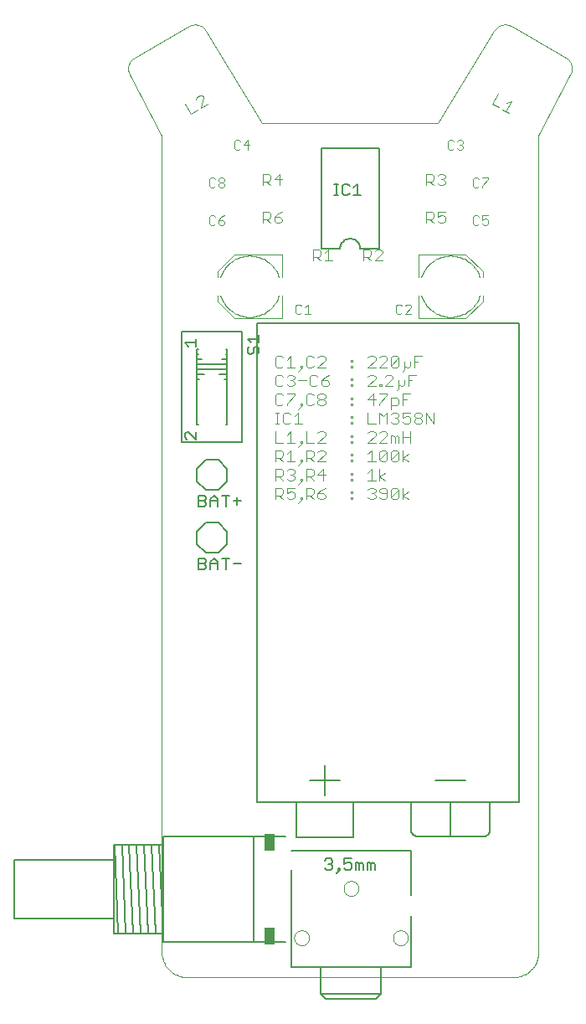
<source format=gto>
G75*
%MOIN*%
%OFA0B0*%
%FSLAX24Y24*%
%IPPOS*%
%LPD*%
%AMOC8*
5,1,8,0,0,1.08239X$1,22.5*
%
%ADD10C,0.0000*%
%ADD11C,0.0040*%
%ADD12C,0.0060*%
%ADD13C,0.0050*%
%ADD14C,0.0030*%
%ADD15R,0.0433X0.0709*%
D10*
X005983Y001995D02*
X005983Y034495D01*
X004718Y036919D01*
X004698Y036958D01*
X004681Y036998D01*
X004668Y037040D01*
X004659Y037082D01*
X004653Y037125D01*
X004651Y037169D01*
X004653Y037213D01*
X004659Y037256D01*
X004668Y037298D01*
X004681Y037340D01*
X004698Y037380D01*
X004718Y037419D01*
X004741Y037456D01*
X004768Y037490D01*
X004797Y037523D01*
X004830Y037552D01*
X004864Y037579D01*
X004901Y037602D01*
X007066Y038852D01*
X007105Y038872D01*
X007145Y038889D01*
X007187Y038902D01*
X007229Y038911D01*
X007272Y038917D01*
X007316Y038919D01*
X007360Y038917D01*
X007403Y038911D01*
X007445Y038902D01*
X007487Y038889D01*
X007527Y038872D01*
X007566Y038852D01*
X007603Y038829D01*
X007637Y038802D01*
X007670Y038773D01*
X007699Y038740D01*
X007726Y038706D01*
X007749Y038669D01*
X009983Y034995D01*
X016983Y034995D01*
X019218Y038669D01*
X019241Y038706D01*
X019268Y038740D01*
X019297Y038773D01*
X019330Y038802D01*
X019364Y038829D01*
X019401Y038852D01*
X019440Y038872D01*
X019480Y038889D01*
X019522Y038902D01*
X019564Y038911D01*
X019607Y038917D01*
X019651Y038919D01*
X019695Y038917D01*
X019738Y038911D01*
X019780Y038902D01*
X019822Y038889D01*
X019862Y038872D01*
X019901Y038852D01*
X022066Y037602D01*
X022103Y037579D01*
X022137Y037552D01*
X022170Y037523D01*
X022199Y037490D01*
X022226Y037456D01*
X022249Y037419D01*
X022269Y037380D01*
X022286Y037340D01*
X022299Y037298D01*
X022308Y037256D01*
X022314Y037213D01*
X022316Y037169D01*
X022314Y037125D01*
X022308Y037082D01*
X022299Y037040D01*
X022286Y036998D01*
X022269Y036958D01*
X022249Y036919D01*
X020983Y034495D01*
X020983Y001995D01*
X020981Y001935D01*
X020976Y001874D01*
X020967Y001815D01*
X020954Y001756D01*
X020938Y001697D01*
X020918Y001640D01*
X020895Y001585D01*
X020868Y001530D01*
X020839Y001478D01*
X020806Y001427D01*
X020770Y001378D01*
X020732Y001332D01*
X020690Y001288D01*
X020646Y001246D01*
X020600Y001208D01*
X020551Y001172D01*
X020500Y001139D01*
X020448Y001110D01*
X020393Y001083D01*
X020338Y001060D01*
X020281Y001040D01*
X020222Y001024D01*
X020163Y001011D01*
X020104Y001002D01*
X020043Y000997D01*
X019983Y000995D01*
X006983Y000995D01*
X006923Y000997D01*
X006862Y001002D01*
X006803Y001011D01*
X006744Y001024D01*
X006685Y001040D01*
X006628Y001060D01*
X006573Y001083D01*
X006518Y001110D01*
X006466Y001139D01*
X006415Y001172D01*
X006366Y001208D01*
X006320Y001246D01*
X006276Y001288D01*
X006234Y001332D01*
X006196Y001378D01*
X006160Y001427D01*
X006127Y001478D01*
X006098Y001530D01*
X006071Y001585D01*
X006048Y001640D01*
X006028Y001697D01*
X006012Y001756D01*
X005999Y001815D01*
X005990Y001874D01*
X005985Y001935D01*
X005983Y001995D01*
X011259Y002558D02*
X011261Y002592D01*
X011267Y002626D01*
X011277Y002659D01*
X011290Y002690D01*
X011308Y002720D01*
X011328Y002748D01*
X011352Y002773D01*
X011378Y002795D01*
X011406Y002813D01*
X011437Y002829D01*
X011469Y002841D01*
X011503Y002849D01*
X011537Y002853D01*
X011571Y002853D01*
X011605Y002849D01*
X011639Y002841D01*
X011671Y002829D01*
X011701Y002813D01*
X011730Y002795D01*
X011756Y002773D01*
X011780Y002748D01*
X011800Y002720D01*
X011818Y002690D01*
X011831Y002659D01*
X011841Y002626D01*
X011847Y002592D01*
X011849Y002558D01*
X011847Y002524D01*
X011841Y002490D01*
X011831Y002457D01*
X011818Y002426D01*
X011800Y002396D01*
X011780Y002368D01*
X011756Y002343D01*
X011730Y002321D01*
X011702Y002303D01*
X011671Y002287D01*
X011639Y002275D01*
X011605Y002267D01*
X011571Y002263D01*
X011537Y002263D01*
X011503Y002267D01*
X011469Y002275D01*
X011437Y002287D01*
X011406Y002303D01*
X011378Y002321D01*
X011352Y002343D01*
X011328Y002368D01*
X011308Y002396D01*
X011290Y002426D01*
X011277Y002457D01*
X011267Y002490D01*
X011261Y002524D01*
X011259Y002558D01*
X013228Y004527D02*
X013230Y004561D01*
X013236Y004595D01*
X013246Y004628D01*
X013259Y004659D01*
X013277Y004689D01*
X013297Y004717D01*
X013321Y004742D01*
X013347Y004764D01*
X013375Y004782D01*
X013406Y004798D01*
X013438Y004810D01*
X013472Y004818D01*
X013506Y004822D01*
X013540Y004822D01*
X013574Y004818D01*
X013608Y004810D01*
X013640Y004798D01*
X013670Y004782D01*
X013699Y004764D01*
X013725Y004742D01*
X013749Y004717D01*
X013769Y004689D01*
X013787Y004659D01*
X013800Y004628D01*
X013810Y004595D01*
X013816Y004561D01*
X013818Y004527D01*
X013816Y004493D01*
X013810Y004459D01*
X013800Y004426D01*
X013787Y004395D01*
X013769Y004365D01*
X013749Y004337D01*
X013725Y004312D01*
X013699Y004290D01*
X013671Y004272D01*
X013640Y004256D01*
X013608Y004244D01*
X013574Y004236D01*
X013540Y004232D01*
X013506Y004232D01*
X013472Y004236D01*
X013438Y004244D01*
X013406Y004256D01*
X013375Y004272D01*
X013347Y004290D01*
X013321Y004312D01*
X013297Y004337D01*
X013277Y004365D01*
X013259Y004395D01*
X013246Y004426D01*
X013236Y004459D01*
X013230Y004493D01*
X013228Y004527D01*
X015196Y002558D02*
X015198Y002592D01*
X015204Y002626D01*
X015214Y002659D01*
X015227Y002690D01*
X015245Y002720D01*
X015265Y002748D01*
X015289Y002773D01*
X015315Y002795D01*
X015343Y002813D01*
X015374Y002829D01*
X015406Y002841D01*
X015440Y002849D01*
X015474Y002853D01*
X015508Y002853D01*
X015542Y002849D01*
X015576Y002841D01*
X015608Y002829D01*
X015638Y002813D01*
X015667Y002795D01*
X015693Y002773D01*
X015717Y002748D01*
X015737Y002720D01*
X015755Y002690D01*
X015768Y002659D01*
X015778Y002626D01*
X015784Y002592D01*
X015786Y002558D01*
X015784Y002524D01*
X015778Y002490D01*
X015768Y002457D01*
X015755Y002426D01*
X015737Y002396D01*
X015717Y002368D01*
X015693Y002343D01*
X015667Y002321D01*
X015639Y002303D01*
X015608Y002287D01*
X015576Y002275D01*
X015542Y002267D01*
X015508Y002263D01*
X015474Y002263D01*
X015440Y002267D01*
X015406Y002275D01*
X015374Y002287D01*
X015343Y002303D01*
X015315Y002321D01*
X015289Y002343D01*
X015265Y002368D01*
X015245Y002396D01*
X015227Y002426D01*
X015214Y002457D01*
X015204Y002490D01*
X015198Y002524D01*
X015196Y002558D01*
D11*
X011424Y019862D02*
X011578Y020015D01*
X011501Y020015D01*
X011501Y020092D01*
X011578Y020092D01*
X011578Y020015D01*
X011731Y020015D02*
X011731Y020476D01*
X011961Y020476D01*
X012038Y020399D01*
X012038Y020246D01*
X011961Y020169D01*
X011731Y020169D01*
X011884Y020169D02*
X012038Y020015D01*
X012191Y020092D02*
X012268Y020015D01*
X012422Y020015D01*
X012498Y020092D01*
X012498Y020169D01*
X012422Y020246D01*
X012191Y020246D01*
X012191Y020092D01*
X012191Y020246D02*
X012345Y020399D01*
X012498Y020476D01*
X012422Y020765D02*
X012422Y021226D01*
X012191Y020996D01*
X012498Y020996D01*
X012038Y020996D02*
X011961Y020919D01*
X011731Y020919D01*
X011884Y020919D02*
X012038Y020765D01*
X012038Y020996D02*
X012038Y021149D01*
X011961Y021226D01*
X011731Y021226D01*
X011731Y020765D01*
X011578Y020765D02*
X011501Y020765D01*
X011501Y020842D01*
X011578Y020842D01*
X011578Y020765D01*
X011424Y020612D01*
X011271Y020476D02*
X010964Y020476D01*
X010964Y020246D01*
X011117Y020322D01*
X011194Y020322D01*
X011271Y020246D01*
X011271Y020092D01*
X011194Y020015D01*
X011040Y020015D01*
X010964Y020092D01*
X010810Y020015D02*
X010657Y020169D01*
X010733Y020169D02*
X010503Y020169D01*
X010503Y020015D02*
X010503Y020476D01*
X010733Y020476D01*
X010810Y020399D01*
X010810Y020246D01*
X010733Y020169D01*
X010810Y020765D02*
X010657Y020919D01*
X010733Y020919D02*
X010503Y020919D01*
X010503Y020765D02*
X010503Y021226D01*
X010733Y021226D01*
X010810Y021149D01*
X010810Y020996D01*
X010733Y020919D01*
X010964Y020842D02*
X011040Y020765D01*
X011194Y020765D01*
X011271Y020842D01*
X011271Y020919D01*
X011194Y020996D01*
X011117Y020996D01*
X011194Y020996D02*
X011271Y021072D01*
X011271Y021149D01*
X011194Y021226D01*
X011040Y021226D01*
X010964Y021149D01*
X010964Y021515D02*
X011271Y021515D01*
X011117Y021515D02*
X011117Y021976D01*
X010964Y021822D01*
X010810Y021746D02*
X010733Y021669D01*
X010503Y021669D01*
X010503Y021515D02*
X010503Y021976D01*
X010733Y021976D01*
X010810Y021899D01*
X010810Y021746D01*
X010657Y021669D02*
X010810Y021515D01*
X011424Y021362D02*
X011578Y021515D01*
X011501Y021515D01*
X011501Y021592D01*
X011578Y021592D01*
X011578Y021515D01*
X011731Y021515D02*
X011731Y021976D01*
X011961Y021976D01*
X012038Y021899D01*
X012038Y021746D01*
X011961Y021669D01*
X011731Y021669D01*
X011884Y021669D02*
X012038Y021515D01*
X012191Y021515D02*
X012498Y021822D01*
X012498Y021899D01*
X012422Y021976D01*
X012268Y021976D01*
X012191Y021899D01*
X012191Y022265D02*
X012498Y022572D01*
X012498Y022649D01*
X012422Y022726D01*
X012268Y022726D01*
X012191Y022649D01*
X012191Y022265D02*
X012498Y022265D01*
X012038Y022265D02*
X011731Y022265D01*
X011731Y022726D01*
X011578Y023015D02*
X011271Y023015D01*
X011424Y023015D02*
X011424Y023476D01*
X011271Y023322D01*
X011117Y023399D02*
X011040Y023476D01*
X010887Y023476D01*
X010810Y023399D01*
X010810Y023092D01*
X010887Y023015D01*
X011040Y023015D01*
X011117Y023092D01*
X011117Y022726D02*
X011117Y022265D01*
X010964Y022265D02*
X011271Y022265D01*
X011424Y022112D02*
X011578Y022265D01*
X011501Y022265D01*
X011501Y022342D01*
X011578Y022342D01*
X011578Y022265D01*
X011117Y022726D02*
X010964Y022572D01*
X010810Y022265D02*
X010503Y022265D01*
X010503Y022726D01*
X010503Y023015D02*
X010657Y023015D01*
X010580Y023015D02*
X010580Y023476D01*
X010503Y023476D02*
X010657Y023476D01*
X010733Y023765D02*
X010810Y023842D01*
X010733Y023765D02*
X010580Y023765D01*
X010503Y023842D01*
X010503Y024149D01*
X010580Y024226D01*
X010733Y024226D01*
X010810Y024149D01*
X010964Y024226D02*
X011271Y024226D01*
X011271Y024149D01*
X010964Y023842D01*
X010964Y023765D01*
X011424Y023612D02*
X011578Y023765D01*
X011501Y023765D01*
X011501Y023842D01*
X011578Y023842D01*
X011578Y023765D01*
X011731Y023842D02*
X011808Y023765D01*
X011961Y023765D01*
X012038Y023842D01*
X012191Y023842D02*
X012268Y023765D01*
X012422Y023765D01*
X012498Y023842D01*
X012498Y023919D01*
X012422Y023996D01*
X012268Y023996D01*
X012191Y024072D01*
X012191Y024149D01*
X012268Y024226D01*
X012422Y024226D01*
X012498Y024149D01*
X012498Y024072D01*
X012422Y023996D01*
X012268Y023996D02*
X012191Y023919D01*
X012191Y023842D01*
X012038Y024149D02*
X011961Y024226D01*
X011808Y024226D01*
X011731Y024149D01*
X011731Y023842D01*
X011961Y024515D02*
X012115Y024515D01*
X012191Y024592D01*
X012345Y024592D02*
X012422Y024515D01*
X012575Y024515D01*
X012652Y024592D01*
X012652Y024669D01*
X012575Y024746D01*
X012345Y024746D01*
X012345Y024592D01*
X012345Y024746D02*
X012498Y024899D01*
X012652Y024976D01*
X012498Y025265D02*
X012191Y025265D01*
X012498Y025572D01*
X012498Y025649D01*
X012422Y025726D01*
X012268Y025726D01*
X012191Y025649D01*
X012038Y025649D02*
X011961Y025726D01*
X011808Y025726D01*
X011731Y025649D01*
X011731Y025342D01*
X011808Y025265D01*
X011961Y025265D01*
X012038Y025342D01*
X012115Y024976D02*
X011961Y024976D01*
X011884Y024899D01*
X011884Y024592D01*
X011961Y024515D01*
X011731Y024746D02*
X011424Y024746D01*
X011271Y024822D02*
X011194Y024746D01*
X011271Y024669D01*
X011271Y024592D01*
X011194Y024515D01*
X011040Y024515D01*
X010964Y024592D01*
X010810Y024592D02*
X010733Y024515D01*
X010580Y024515D01*
X010503Y024592D01*
X010503Y024899D01*
X010580Y024976D01*
X010733Y024976D01*
X010810Y024899D01*
X010964Y024899D02*
X011040Y024976D01*
X011194Y024976D01*
X011271Y024899D01*
X011271Y024822D01*
X011194Y024746D02*
X011117Y024746D01*
X011424Y025112D02*
X011578Y025265D01*
X011501Y025265D01*
X011501Y025342D01*
X011578Y025342D01*
X011578Y025265D01*
X011271Y025265D02*
X010964Y025265D01*
X011117Y025265D02*
X011117Y025726D01*
X010964Y025572D01*
X010810Y025649D02*
X010733Y025726D01*
X010580Y025726D01*
X010503Y025649D01*
X010503Y025342D01*
X010580Y025265D01*
X010733Y025265D01*
X010810Y025342D01*
X012115Y024976D02*
X012191Y024899D01*
X013503Y024822D02*
X013503Y024746D01*
X013580Y024746D01*
X013580Y024822D01*
X013503Y024822D01*
X013503Y024592D02*
X013503Y024515D01*
X013580Y024515D01*
X013580Y024592D01*
X013503Y024592D01*
X013503Y025265D02*
X013503Y025342D01*
X013580Y025342D01*
X013580Y025265D01*
X013503Y025265D01*
X013503Y025496D02*
X013503Y025572D01*
X013580Y025572D01*
X013580Y025496D01*
X013503Y025496D01*
X014194Y025649D02*
X014271Y025726D01*
X014424Y025726D01*
X014501Y025649D01*
X014501Y025572D01*
X014194Y025265D01*
X014501Y025265D01*
X014654Y025265D02*
X014961Y025572D01*
X014961Y025649D01*
X014884Y025726D01*
X014731Y025726D01*
X014654Y025649D01*
X014654Y025265D02*
X014961Y025265D01*
X015115Y025342D02*
X015115Y025649D01*
X015191Y025726D01*
X015345Y025726D01*
X015422Y025649D01*
X015115Y025342D01*
X015191Y025265D01*
X015345Y025265D01*
X015422Y025342D01*
X015422Y025649D01*
X015652Y025496D02*
X015652Y025342D01*
X015652Y025189D01*
X015575Y025112D01*
X015728Y025265D02*
X015805Y025265D01*
X015882Y025342D01*
X015882Y025496D01*
X016035Y025496D02*
X016189Y025496D01*
X016035Y025726D02*
X016342Y025726D01*
X016035Y025726D02*
X016035Y025265D01*
X016112Y024976D02*
X015805Y024976D01*
X015805Y024515D01*
X015652Y024592D02*
X015652Y024746D01*
X015805Y024746D02*
X015959Y024746D01*
X015652Y024592D02*
X015575Y024515D01*
X015498Y024515D01*
X015422Y024592D01*
X015422Y024439D01*
X015345Y024362D01*
X015191Y024515D02*
X014884Y024515D01*
X015191Y024822D01*
X015191Y024899D01*
X015115Y024976D01*
X014961Y024976D01*
X014884Y024899D01*
X014731Y024592D02*
X014731Y024515D01*
X014654Y024515D01*
X014654Y024592D01*
X014731Y024592D01*
X014501Y024515D02*
X014194Y024515D01*
X014501Y024822D01*
X014501Y024899D01*
X014424Y024976D01*
X014271Y024976D01*
X014194Y024899D01*
X014424Y024226D02*
X014194Y023996D01*
X014501Y023996D01*
X014654Y023842D02*
X014654Y023765D01*
X014654Y023842D02*
X014961Y024149D01*
X014961Y024226D01*
X014654Y024226D01*
X014424Y024226D02*
X014424Y023765D01*
X014194Y023476D02*
X014194Y023015D01*
X014501Y023015D01*
X014654Y023015D02*
X014654Y023476D01*
X014808Y023322D01*
X014961Y023476D01*
X014961Y023015D01*
X015115Y023092D02*
X015191Y023015D01*
X015345Y023015D01*
X015422Y023092D01*
X015422Y023169D01*
X015345Y023246D01*
X015268Y023246D01*
X015345Y023246D02*
X015422Y023322D01*
X015422Y023399D01*
X015345Y023476D01*
X015191Y023476D01*
X015115Y023399D01*
X015115Y023612D02*
X015115Y024072D01*
X015345Y024072D01*
X015422Y023996D01*
X015422Y023842D01*
X015345Y023765D01*
X015115Y023765D01*
X015575Y023765D02*
X015575Y024226D01*
X015882Y024226D01*
X015728Y023996D02*
X015575Y023996D01*
X015575Y023476D02*
X015575Y023246D01*
X015728Y023322D01*
X015805Y023322D01*
X015882Y023246D01*
X015882Y023092D01*
X015805Y023015D01*
X015652Y023015D01*
X015575Y023092D01*
X015575Y022726D02*
X015575Y022265D01*
X015422Y022265D02*
X015422Y022496D01*
X015345Y022572D01*
X015268Y022496D01*
X015268Y022265D01*
X015115Y022265D02*
X015115Y022572D01*
X015191Y022572D01*
X015268Y022496D01*
X014961Y022572D02*
X014961Y022649D01*
X014884Y022726D01*
X014731Y022726D01*
X014654Y022649D01*
X014501Y022649D02*
X014501Y022572D01*
X014194Y022265D01*
X014501Y022265D01*
X014654Y022265D02*
X014961Y022572D01*
X014961Y022265D02*
X014654Y022265D01*
X014731Y021976D02*
X014884Y021976D01*
X014961Y021899D01*
X014654Y021592D01*
X014731Y021515D01*
X014884Y021515D01*
X014961Y021592D01*
X014961Y021899D01*
X015115Y021899D02*
X015115Y021592D01*
X015422Y021899D01*
X015422Y021592D01*
X015345Y021515D01*
X015191Y021515D01*
X015115Y021592D01*
X015115Y021899D02*
X015191Y021976D01*
X015345Y021976D01*
X015422Y021899D01*
X015575Y021976D02*
X015575Y021515D01*
X015575Y021669D02*
X015805Y021822D01*
X015575Y021669D02*
X015805Y021515D01*
X015882Y022265D02*
X015882Y022726D01*
X015882Y022496D02*
X015575Y022496D01*
X016112Y023015D02*
X016035Y023092D01*
X016035Y023169D01*
X016112Y023246D01*
X016266Y023246D01*
X016342Y023169D01*
X016342Y023092D01*
X016266Y023015D01*
X016112Y023015D01*
X016112Y023246D02*
X016035Y023322D01*
X016035Y023399D01*
X016112Y023476D01*
X016266Y023476D01*
X016342Y023399D01*
X016342Y023322D01*
X016266Y023246D01*
X016496Y023015D02*
X016496Y023476D01*
X016803Y023015D01*
X016803Y023476D01*
X015882Y023476D02*
X015575Y023476D01*
X015422Y024592D02*
X015422Y024746D01*
X015728Y025265D02*
X015652Y025342D01*
X016204Y027216D02*
X016204Y028121D01*
X016204Y028869D02*
X016204Y029775D01*
X018094Y029775D01*
X018763Y029106D01*
X018763Y028869D01*
X018763Y028121D02*
X018763Y027885D01*
X018094Y027216D01*
X016204Y027216D01*
X016322Y028869D02*
X016344Y028933D01*
X016371Y028996D01*
X016401Y029058D01*
X016434Y029117D01*
X016470Y029175D01*
X016510Y029231D01*
X016553Y029284D01*
X016598Y029335D01*
X016646Y029383D01*
X016697Y029428D01*
X016751Y029471D01*
X016807Y029510D01*
X016864Y029547D01*
X016924Y029580D01*
X016986Y029609D01*
X017049Y029635D01*
X017113Y029658D01*
X017179Y029677D01*
X017246Y029692D01*
X017313Y029703D01*
X017381Y029711D01*
X017449Y029715D01*
X017517Y029715D01*
X017585Y029711D01*
X017653Y029703D01*
X017720Y029692D01*
X017787Y029677D01*
X017853Y029658D01*
X017917Y029635D01*
X017980Y029609D01*
X018042Y029580D01*
X018102Y029547D01*
X018159Y029510D01*
X018215Y029471D01*
X018269Y029428D01*
X018320Y029383D01*
X018368Y029335D01*
X018413Y029284D01*
X018456Y029231D01*
X018496Y029175D01*
X018532Y029117D01*
X018565Y029058D01*
X018595Y028996D01*
X018622Y028933D01*
X018644Y028869D01*
X018644Y028121D02*
X018622Y028057D01*
X018595Y027994D01*
X018565Y027932D01*
X018532Y027873D01*
X018496Y027815D01*
X018456Y027759D01*
X018413Y027706D01*
X018368Y027655D01*
X018320Y027607D01*
X018269Y027562D01*
X018215Y027519D01*
X018159Y027480D01*
X018102Y027443D01*
X018042Y027410D01*
X017980Y027381D01*
X017917Y027355D01*
X017853Y027332D01*
X017787Y027313D01*
X017720Y027298D01*
X017653Y027287D01*
X017585Y027279D01*
X017517Y027275D01*
X017449Y027275D01*
X017381Y027279D01*
X017313Y027287D01*
X017246Y027298D01*
X017179Y027313D01*
X017113Y027332D01*
X017049Y027355D01*
X016986Y027381D01*
X016924Y027410D01*
X016864Y027443D01*
X016807Y027480D01*
X016751Y027519D01*
X016697Y027562D01*
X016646Y027607D01*
X016598Y027655D01*
X016553Y027706D01*
X016510Y027759D01*
X016470Y027815D01*
X016434Y027873D01*
X016401Y027932D01*
X016371Y027994D01*
X016344Y028057D01*
X016322Y028121D01*
X014771Y029515D02*
X014464Y029515D01*
X014771Y029822D01*
X014771Y029899D01*
X014694Y029976D01*
X014540Y029976D01*
X014464Y029899D01*
X014310Y029899D02*
X014310Y029746D01*
X014233Y029669D01*
X014003Y029669D01*
X014003Y029515D02*
X014003Y029976D01*
X014233Y029976D01*
X014310Y029899D01*
X014157Y029669D02*
X014310Y029515D01*
X012771Y029515D02*
X012464Y029515D01*
X012617Y029515D02*
X012617Y029976D01*
X012464Y029822D01*
X012310Y029746D02*
X012233Y029669D01*
X012003Y029669D01*
X012003Y029515D02*
X012003Y029976D01*
X012233Y029976D01*
X012310Y029899D01*
X012310Y029746D01*
X012157Y029669D02*
X012310Y029515D01*
X010763Y029775D02*
X010763Y028869D01*
X010763Y028121D02*
X010763Y027216D01*
X008873Y027216D01*
X008204Y027885D01*
X008204Y028121D01*
X008204Y028869D02*
X008204Y029106D01*
X008873Y029775D01*
X010763Y029775D01*
X010694Y031015D02*
X010540Y031015D01*
X010464Y031092D01*
X010464Y031246D01*
X010694Y031246D01*
X010771Y031169D01*
X010771Y031092D01*
X010694Y031015D01*
X010464Y031246D02*
X010617Y031399D01*
X010771Y031476D01*
X010310Y031399D02*
X010310Y031246D01*
X010233Y031169D01*
X010003Y031169D01*
X010003Y031015D02*
X010003Y031476D01*
X010233Y031476D01*
X010310Y031399D01*
X010157Y031169D02*
X010310Y031015D01*
X010310Y032515D02*
X010157Y032669D01*
X010233Y032669D02*
X010003Y032669D01*
X010003Y032515D02*
X010003Y032976D01*
X010233Y032976D01*
X010310Y032899D01*
X010310Y032746D01*
X010233Y032669D01*
X010464Y032746D02*
X010771Y032746D01*
X010694Y032976D02*
X010694Y032515D01*
X010464Y032746D02*
X010694Y032976D01*
X010644Y028121D02*
X010622Y028057D01*
X010595Y027994D01*
X010565Y027932D01*
X010532Y027873D01*
X010496Y027815D01*
X010456Y027759D01*
X010413Y027706D01*
X010368Y027655D01*
X010320Y027607D01*
X010269Y027562D01*
X010215Y027519D01*
X010159Y027480D01*
X010102Y027443D01*
X010042Y027410D01*
X009980Y027381D01*
X009917Y027355D01*
X009853Y027332D01*
X009787Y027313D01*
X009720Y027298D01*
X009653Y027287D01*
X009585Y027279D01*
X009517Y027275D01*
X009449Y027275D01*
X009381Y027279D01*
X009313Y027287D01*
X009246Y027298D01*
X009179Y027313D01*
X009113Y027332D01*
X009049Y027355D01*
X008986Y027381D01*
X008924Y027410D01*
X008864Y027443D01*
X008807Y027480D01*
X008751Y027519D01*
X008697Y027562D01*
X008646Y027607D01*
X008598Y027655D01*
X008553Y027706D01*
X008510Y027759D01*
X008470Y027815D01*
X008434Y027873D01*
X008401Y027932D01*
X008371Y027994D01*
X008344Y028057D01*
X008322Y028121D01*
X008322Y028869D02*
X008344Y028933D01*
X008371Y028996D01*
X008401Y029058D01*
X008434Y029117D01*
X008470Y029175D01*
X008510Y029231D01*
X008553Y029284D01*
X008598Y029335D01*
X008646Y029383D01*
X008697Y029428D01*
X008751Y029471D01*
X008807Y029510D01*
X008864Y029547D01*
X008924Y029580D01*
X008986Y029609D01*
X009049Y029635D01*
X009113Y029658D01*
X009179Y029677D01*
X009246Y029692D01*
X009313Y029703D01*
X009381Y029711D01*
X009449Y029715D01*
X009517Y029715D01*
X009585Y029711D01*
X009653Y029703D01*
X009720Y029692D01*
X009787Y029677D01*
X009853Y029658D01*
X009917Y029635D01*
X009980Y029609D01*
X010042Y029580D01*
X010102Y029547D01*
X010159Y029510D01*
X010215Y029471D01*
X010269Y029428D01*
X010320Y029383D01*
X010368Y029335D01*
X010413Y029284D01*
X010456Y029231D01*
X010496Y029175D01*
X010532Y029117D01*
X010565Y029058D01*
X010595Y028996D01*
X010622Y028933D01*
X010644Y028869D01*
X013503Y024072D02*
X013503Y023996D01*
X013580Y023996D01*
X013580Y024072D01*
X013503Y024072D01*
X013503Y023842D02*
X013503Y023765D01*
X013580Y023765D01*
X013580Y023842D01*
X013503Y023842D01*
X013503Y023322D02*
X013503Y023246D01*
X013580Y023246D01*
X013580Y023322D01*
X013503Y023322D01*
X013503Y023092D02*
X013503Y023015D01*
X013580Y023015D01*
X013580Y023092D01*
X013503Y023092D01*
X013503Y022572D02*
X013503Y022496D01*
X013580Y022496D01*
X013580Y022572D01*
X013503Y022572D01*
X013503Y022342D02*
X013503Y022265D01*
X013580Y022265D01*
X013580Y022342D01*
X013503Y022342D01*
X013503Y021822D02*
X013503Y021746D01*
X013580Y021746D01*
X013580Y021822D01*
X013503Y021822D01*
X013503Y021592D02*
X013503Y021515D01*
X013580Y021515D01*
X013580Y021592D01*
X013503Y021592D01*
X013503Y021072D02*
X013503Y020996D01*
X013580Y020996D01*
X013580Y021072D01*
X013503Y021072D01*
X013503Y020842D02*
X013503Y020765D01*
X013580Y020765D01*
X013580Y020842D01*
X013503Y020842D01*
X013503Y020322D02*
X013503Y020246D01*
X013580Y020246D01*
X013580Y020322D01*
X013503Y020322D01*
X013503Y020092D02*
X013503Y020015D01*
X013580Y020015D01*
X013580Y020092D01*
X013503Y020092D01*
X014194Y020092D02*
X014271Y020015D01*
X014424Y020015D01*
X014501Y020092D01*
X014501Y020169D01*
X014424Y020246D01*
X014347Y020246D01*
X014424Y020246D02*
X014501Y020322D01*
X014501Y020399D01*
X014424Y020476D01*
X014271Y020476D01*
X014194Y020399D01*
X014194Y020765D02*
X014501Y020765D01*
X014654Y020765D02*
X014654Y021226D01*
X014884Y021072D02*
X014654Y020919D01*
X014884Y020765D01*
X014884Y020476D02*
X014731Y020476D01*
X014654Y020399D01*
X014654Y020322D01*
X014731Y020246D01*
X014961Y020246D01*
X014961Y020399D02*
X014961Y020092D01*
X014884Y020015D01*
X014731Y020015D01*
X014654Y020092D01*
X014961Y020399D02*
X014884Y020476D01*
X015115Y020399D02*
X015115Y020092D01*
X015422Y020399D01*
X015422Y020092D01*
X015345Y020015D01*
X015191Y020015D01*
X015115Y020092D01*
X015115Y020399D02*
X015191Y020476D01*
X015345Y020476D01*
X015422Y020399D01*
X015575Y020476D02*
X015575Y020015D01*
X015575Y020169D02*
X015805Y020322D01*
X015575Y020169D02*
X015805Y020015D01*
X014654Y021592D02*
X014654Y021899D01*
X014731Y021976D01*
X014501Y021515D02*
X014194Y021515D01*
X014347Y021515D02*
X014347Y021976D01*
X014194Y021822D01*
X014347Y021226D02*
X014347Y020765D01*
X014194Y021072D02*
X014347Y021226D01*
X014194Y022649D02*
X014271Y022726D01*
X014424Y022726D01*
X014501Y022649D01*
X012498Y021515D02*
X012191Y021515D01*
X016503Y031015D02*
X016503Y031476D01*
X016733Y031476D01*
X016810Y031399D01*
X016810Y031246D01*
X016733Y031169D01*
X016503Y031169D01*
X016657Y031169D02*
X016810Y031015D01*
X016964Y031092D02*
X017040Y031015D01*
X017194Y031015D01*
X017271Y031092D01*
X017271Y031246D01*
X017194Y031322D01*
X017117Y031322D01*
X016964Y031246D01*
X016964Y031476D01*
X017271Y031476D01*
X017194Y032515D02*
X017040Y032515D01*
X016964Y032592D01*
X016810Y032515D02*
X016657Y032669D01*
X016733Y032669D02*
X016503Y032669D01*
X016503Y032515D02*
X016503Y032976D01*
X016733Y032976D01*
X016810Y032899D01*
X016810Y032746D01*
X016733Y032669D01*
X016964Y032899D02*
X017040Y032976D01*
X017194Y032976D01*
X017271Y032899D01*
X017271Y032822D01*
X017194Y032746D01*
X017271Y032669D01*
X017271Y032592D01*
X017194Y032515D01*
X017194Y032746D02*
X017117Y032746D01*
X019145Y035771D02*
X019411Y035617D01*
X019544Y035540D02*
X019810Y035387D01*
X019677Y035464D02*
X019907Y035862D01*
X019697Y035806D01*
X019375Y036169D02*
X019145Y035771D01*
X007814Y035748D02*
X007548Y035595D01*
X007661Y036014D01*
X007622Y036081D01*
X007517Y036109D01*
X007384Y036032D01*
X007356Y035927D01*
X007415Y035518D02*
X007150Y035365D01*
X006919Y035763D01*
D12*
X006783Y026695D02*
X009183Y026695D01*
X009183Y022295D01*
X006783Y022295D01*
X006783Y026695D01*
X007383Y025995D02*
X007433Y025995D01*
X007383Y025995D02*
X007383Y025795D01*
X007433Y025795D01*
X007383Y025795D02*
X007383Y025595D01*
X007583Y025595D01*
X007383Y025595D02*
X007383Y025395D01*
X008583Y025395D01*
X008583Y025595D01*
X008383Y025595D01*
X008583Y025595D02*
X008583Y025795D01*
X008533Y025795D01*
X008583Y025795D02*
X008583Y025995D01*
X008533Y025995D01*
X008583Y025395D02*
X008583Y025195D01*
X008583Y024995D01*
X008583Y024795D01*
X008583Y022995D01*
X008533Y022995D01*
X008233Y021595D02*
X007733Y021595D01*
X007383Y021245D01*
X007383Y020745D01*
X007733Y020395D01*
X008233Y020395D01*
X008583Y020745D01*
X008583Y021245D01*
X008233Y021595D01*
X007433Y022995D02*
X007383Y022995D01*
X007383Y024795D01*
X007383Y024995D01*
X007383Y025195D01*
X007383Y025395D01*
X007383Y025195D02*
X008583Y025195D01*
X008583Y024995D02*
X008283Y024995D01*
X008483Y024795D02*
X008583Y024795D01*
X007683Y024995D02*
X007383Y024995D01*
X007383Y024795D02*
X007483Y024795D01*
X007733Y019095D02*
X007383Y018745D01*
X007383Y018245D01*
X007733Y017895D01*
X008233Y017895D01*
X008583Y018245D01*
X008583Y018745D01*
X008233Y019095D01*
X007733Y019095D01*
X012333Y029995D02*
X013083Y029995D01*
X013085Y030034D01*
X013091Y030073D01*
X013100Y030111D01*
X013113Y030148D01*
X013130Y030184D01*
X013150Y030217D01*
X013174Y030249D01*
X013200Y030278D01*
X013229Y030304D01*
X013261Y030328D01*
X013294Y030348D01*
X013330Y030365D01*
X013367Y030378D01*
X013405Y030387D01*
X013444Y030393D01*
X013483Y030395D01*
X013522Y030393D01*
X013561Y030387D01*
X013599Y030378D01*
X013636Y030365D01*
X013672Y030348D01*
X013705Y030328D01*
X013737Y030304D01*
X013766Y030278D01*
X013792Y030249D01*
X013816Y030217D01*
X013836Y030184D01*
X013853Y030148D01*
X013866Y030111D01*
X013875Y030073D01*
X013881Y030034D01*
X013883Y029995D01*
X014633Y029995D01*
X014633Y033995D01*
X012333Y033995D01*
X012333Y029995D01*
X011144Y006028D02*
X011144Y006027D01*
X011144Y006028D02*
X015901Y006028D01*
X015901Y004277D01*
X015901Y003427D02*
X015901Y001412D01*
X014723Y001412D01*
X012323Y001412D01*
X011144Y001412D01*
X011144Y005277D01*
X012323Y001412D02*
X012323Y000330D01*
X014723Y000330D01*
X014523Y000130D01*
X012523Y000130D01*
X012323Y000330D01*
X014723Y000330D02*
X014723Y001412D01*
D13*
X000125Y003314D02*
X000125Y005676D01*
X004062Y005676D01*
X004062Y006267D01*
X004101Y006267D01*
X004259Y002724D01*
X004062Y002724D01*
X004062Y003314D01*
X000125Y003314D01*
X004062Y003314D02*
X004062Y005676D01*
X004101Y006267D02*
X004397Y006267D01*
X004554Y002724D01*
X004259Y002724D01*
X004554Y002724D02*
X004849Y002724D01*
X004692Y006267D01*
X004987Y006267D01*
X005145Y002724D01*
X004849Y002724D01*
X005145Y002724D02*
X005440Y002724D01*
X005282Y006267D01*
X005578Y006267D01*
X005735Y002724D01*
X005440Y002724D01*
X005735Y002724D02*
X006031Y002724D01*
X005873Y006267D01*
X006031Y006267D01*
X006031Y006602D01*
X009633Y006602D01*
X010912Y006602D01*
X011361Y006550D02*
X011361Y007948D01*
X009767Y007948D01*
X009767Y027043D01*
X020200Y027043D01*
X020200Y007948D01*
X019058Y007948D01*
X019058Y006872D01*
X019056Y006840D01*
X019051Y006809D01*
X019042Y006779D01*
X019030Y006750D01*
X019015Y006722D01*
X018996Y006696D01*
X018975Y006673D01*
X018952Y006652D01*
X018926Y006633D01*
X018898Y006618D01*
X018869Y006606D01*
X018839Y006597D01*
X018808Y006592D01*
X018776Y006590D01*
X017483Y006590D01*
X017483Y007948D01*
X015908Y007948D01*
X015908Y006872D01*
X015910Y006840D01*
X015915Y006809D01*
X015924Y006779D01*
X015936Y006750D01*
X015951Y006722D01*
X015970Y006696D01*
X015991Y006673D01*
X016014Y006652D01*
X016040Y006633D01*
X016068Y006618D01*
X016097Y006606D01*
X016127Y006597D01*
X016158Y006592D01*
X016190Y006590D01*
X017483Y006590D01*
X017483Y007948D02*
X019058Y007948D01*
X018074Y008834D02*
X016893Y008834D01*
X015908Y007948D02*
X013605Y007948D01*
X013605Y006550D01*
X011361Y006550D01*
X011361Y007948D02*
X013605Y007948D01*
X013074Y008834D02*
X012483Y008834D01*
X012483Y009424D01*
X012483Y008834D02*
X012483Y008243D01*
X012483Y008834D02*
X011893Y008834D01*
X012549Y005719D02*
X012700Y005719D01*
X012775Y005644D01*
X012775Y005569D01*
X012700Y005494D01*
X012775Y005419D01*
X012775Y005343D01*
X012700Y005268D01*
X012549Y005268D01*
X012474Y005343D01*
X012624Y005494D02*
X012700Y005494D01*
X012549Y005719D02*
X012474Y005644D01*
X013010Y005343D02*
X013010Y005268D01*
X013085Y005268D01*
X013085Y005343D01*
X013010Y005343D01*
X013085Y005268D02*
X012935Y005118D01*
X013242Y005343D02*
X013317Y005268D01*
X013467Y005268D01*
X013542Y005343D01*
X013542Y005494D01*
X013467Y005569D01*
X013392Y005569D01*
X013242Y005494D01*
X013242Y005719D01*
X013542Y005719D01*
X013702Y005569D02*
X013777Y005569D01*
X013852Y005494D01*
X013927Y005569D01*
X014002Y005494D01*
X014002Y005268D01*
X013852Y005268D02*
X013852Y005494D01*
X013702Y005569D02*
X013702Y005268D01*
X014162Y005268D02*
X014162Y005569D01*
X014238Y005569D01*
X014313Y005494D01*
X014388Y005569D01*
X014463Y005494D01*
X014463Y005268D01*
X014313Y005268D02*
X014313Y005494D01*
X010912Y002389D02*
X009633Y002389D01*
X006031Y002389D01*
X006031Y002724D01*
X006031Y006267D01*
X005873Y006267D02*
X005578Y006267D01*
X005282Y006267D02*
X004987Y006267D01*
X004692Y006267D02*
X004397Y006267D01*
X009633Y006602D02*
X009633Y002389D01*
X008529Y017220D02*
X008529Y017671D01*
X008379Y017671D02*
X008679Y017671D01*
X008839Y017446D02*
X009140Y017446D01*
X008219Y017446D02*
X007919Y017446D01*
X007919Y017521D02*
X008069Y017671D01*
X008219Y017521D01*
X008219Y017220D01*
X007919Y017220D02*
X007919Y017521D01*
X007759Y017521D02*
X007759Y017596D01*
X007683Y017671D01*
X007458Y017671D01*
X007458Y017220D01*
X007683Y017220D01*
X007759Y017295D01*
X007759Y017370D01*
X007683Y017446D01*
X007458Y017446D01*
X007683Y017446D02*
X007759Y017521D01*
X007683Y019720D02*
X007458Y019720D01*
X007458Y020171D01*
X007683Y020171D01*
X007759Y020096D01*
X007759Y020021D01*
X007683Y019946D01*
X007458Y019946D01*
X007683Y019946D02*
X007759Y019870D01*
X007759Y019795D01*
X007683Y019720D01*
X007919Y019720D02*
X007919Y020021D01*
X008069Y020171D01*
X008219Y020021D01*
X008219Y019720D01*
X008219Y019946D02*
X007919Y019946D01*
X008379Y020171D02*
X008679Y020171D01*
X008529Y020171D02*
X008529Y019720D01*
X008839Y019946D02*
X009140Y019946D01*
X008990Y020096D02*
X008990Y019795D01*
X007358Y022410D02*
X007058Y022710D01*
X006983Y022710D01*
X006908Y022635D01*
X006908Y022485D01*
X006983Y022410D01*
X007358Y022410D02*
X007358Y022710D01*
X007358Y026110D02*
X007358Y026410D01*
X007358Y026260D02*
X006908Y026260D01*
X007058Y026110D01*
X009408Y026025D02*
X009408Y025875D01*
X009483Y025800D01*
X009558Y025800D01*
X009633Y025875D01*
X009633Y026025D01*
X009708Y026100D01*
X009783Y026100D01*
X009858Y026025D01*
X009858Y025875D01*
X009783Y025800D01*
X009483Y026100D02*
X009408Y026025D01*
X009558Y026260D02*
X009408Y026410D01*
X009858Y026410D01*
X009858Y026260D02*
X009858Y026560D01*
X012858Y032120D02*
X013008Y032120D01*
X012933Y032120D02*
X012933Y032571D01*
X012858Y032571D02*
X013008Y032571D01*
X013165Y032496D02*
X013165Y032195D01*
X013240Y032120D01*
X013390Y032120D01*
X013465Y032195D01*
X013626Y032120D02*
X013926Y032120D01*
X013776Y032120D02*
X013776Y032571D01*
X013626Y032421D01*
X013465Y032496D02*
X013390Y032571D01*
X013240Y032571D01*
X013165Y032496D01*
D14*
X011801Y027774D02*
X011801Y027404D01*
X011678Y027404D02*
X011924Y027404D01*
X011678Y027651D02*
X011801Y027774D01*
X011556Y027713D02*
X011494Y027774D01*
X011371Y027774D01*
X011309Y027713D01*
X011309Y027466D01*
X011371Y027404D01*
X011494Y027404D01*
X011556Y027466D01*
X008422Y030943D02*
X008484Y031005D01*
X008484Y031067D01*
X008422Y031129D01*
X008237Y031129D01*
X008237Y031005D01*
X008298Y030943D01*
X008422Y030943D01*
X008237Y031129D02*
X008360Y031252D01*
X008484Y031314D01*
X008115Y031252D02*
X008054Y031314D01*
X007930Y031314D01*
X007868Y031252D01*
X007868Y031005D01*
X007930Y030943D01*
X008054Y030943D01*
X008115Y031005D01*
X008054Y032443D02*
X008115Y032505D01*
X008054Y032443D02*
X007930Y032443D01*
X007868Y032505D01*
X007868Y032752D01*
X007930Y032814D01*
X008054Y032814D01*
X008115Y032752D01*
X008237Y032752D02*
X008237Y032690D01*
X008298Y032629D01*
X008422Y032629D01*
X008484Y032567D01*
X008484Y032505D01*
X008422Y032443D01*
X008298Y032443D01*
X008237Y032505D01*
X008237Y032567D01*
X008298Y032629D01*
X008422Y032629D02*
X008484Y032690D01*
X008484Y032752D01*
X008422Y032814D01*
X008298Y032814D01*
X008237Y032752D01*
X008930Y033943D02*
X009054Y033943D01*
X009115Y034005D01*
X009237Y034129D02*
X009484Y034129D01*
X009422Y034314D02*
X009422Y033943D01*
X009237Y034129D02*
X009422Y034314D01*
X009115Y034252D02*
X009054Y034314D01*
X008930Y034314D01*
X008868Y034252D01*
X008868Y034005D01*
X008930Y033943D01*
X015309Y027713D02*
X015309Y027466D01*
X015371Y027404D01*
X015494Y027404D01*
X015556Y027466D01*
X015678Y027404D02*
X015924Y027651D01*
X015924Y027713D01*
X015863Y027774D01*
X015739Y027774D01*
X015678Y027713D01*
X015556Y027713D02*
X015494Y027774D01*
X015371Y027774D01*
X015309Y027713D01*
X015678Y027404D02*
X015924Y027404D01*
X018430Y030943D02*
X018554Y030943D01*
X018615Y031005D01*
X018737Y031005D02*
X018798Y030943D01*
X018922Y030943D01*
X018984Y031005D01*
X018984Y031129D01*
X018922Y031190D01*
X018860Y031190D01*
X018737Y031129D01*
X018737Y031314D01*
X018984Y031314D01*
X018615Y031252D02*
X018554Y031314D01*
X018430Y031314D01*
X018368Y031252D01*
X018368Y031005D01*
X018430Y030943D01*
X018430Y032443D02*
X018554Y032443D01*
X018615Y032505D01*
X018737Y032505D02*
X018737Y032443D01*
X018737Y032505D02*
X018984Y032752D01*
X018984Y032814D01*
X018737Y032814D01*
X018615Y032752D02*
X018554Y032814D01*
X018430Y032814D01*
X018368Y032752D01*
X018368Y032505D01*
X018430Y032443D01*
X017922Y033943D02*
X017798Y033943D01*
X017737Y034005D01*
X017615Y034005D02*
X017554Y033943D01*
X017430Y033943D01*
X017368Y034005D01*
X017368Y034252D01*
X017430Y034314D01*
X017554Y034314D01*
X017615Y034252D01*
X017737Y034252D02*
X017798Y034314D01*
X017922Y034314D01*
X017984Y034252D01*
X017984Y034190D01*
X017922Y034129D01*
X017984Y034067D01*
X017984Y034005D01*
X017922Y033943D01*
X017922Y034129D02*
X017860Y034129D01*
D15*
X010282Y006365D03*
X010282Y002625D03*
M02*

</source>
